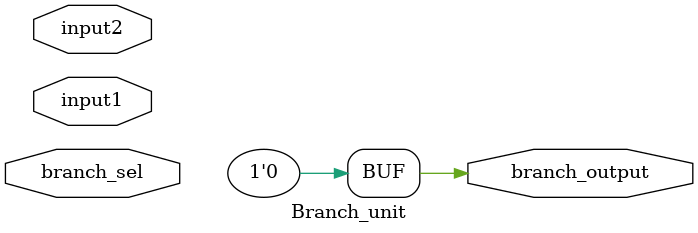
<source format=v>
module Branch_unit(branch_sel, input1, input2, branch_output);
    input [3:0] branch_sel;
    input [31:0] input1, input2;    //DATA1, DATA2 respectively, after comparing them, output will be decided
    output reg branch_output;
    //according to logic of control unit branch_sel[3] will decide whether it is a regular instruction or a branch/jump instruction
    //if branch_output == 1 -> pc will be updated with new pc value (not pc + 4)
    //else pc -> pc + 4
    //if given condition is true, branch_output will be 1
    always @ (*)
    begin
        if (SELECT[3])    //not a regular instruction
        begin
            case (SELECT[2:0]) // base on the other 3 bits type of the branch/jump instruction will be selected
            
                3'b000: //func3 = 000 -> BEQ
                    branch_output <= #1 (input1 == input2);
                
                3'b001: //func3 = 001 -> BNE
                    branch_output <= #1 (input1 != input2);
                
                3'b100:  //func3 = 100 -> BLT
                    branch_output <= #1 ($signed(input1) < $signed(input2));
                
                3'b101:  //func3 = 101 -> BGE
                    branch_output <= #1 ($signed(input1) >= $signed(input2));
                
                3'b110:  //func3 = 110 -> BLTU
                    branch_output <= #1 ($unsigned(input1) < $unsigned(input2)); 
                
                3'b111:  //func3 = 111 -> BGEU
                    branch_output <= #1 ($unsigned(input1) >= $unsigned(input2)); 
                
                // for JAL and JALR
                3'b010: //genetared from control unit (not from instruction)
                    branch_output <= #1 1'b1; 

                //for any other combination    
                default:
                    branch_output <= #1 1'b0;
            endcase
        end
        else    //regular instruction
        begin
            branch_output <= #1 1'b0;
        end
    end
endmodule
</source>
